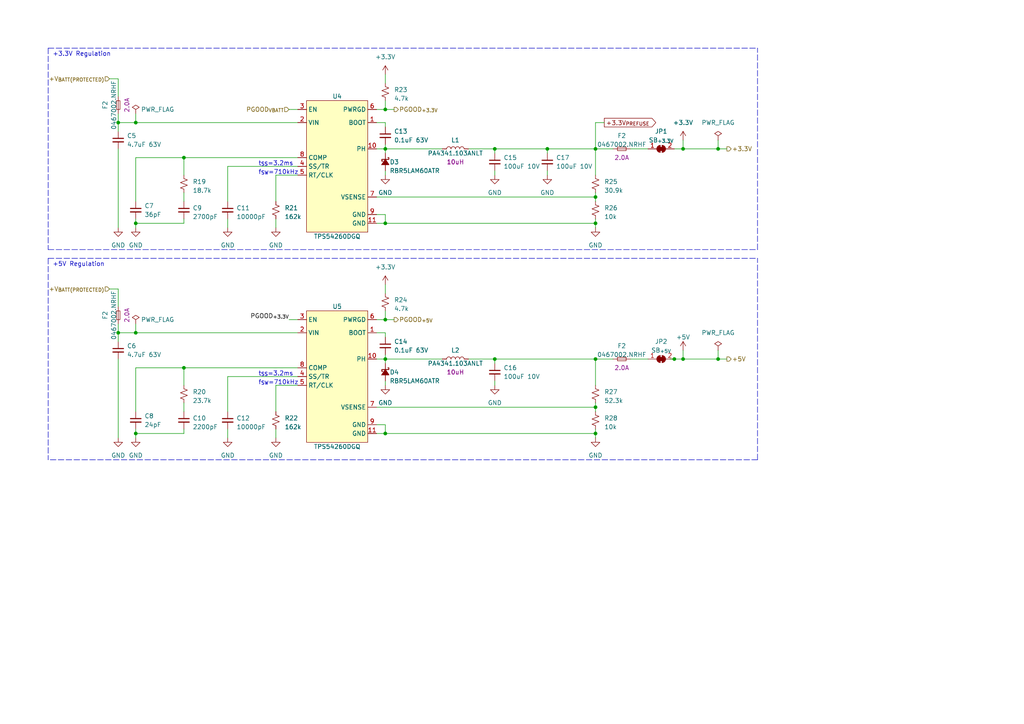
<source format=kicad_sch>
(kicad_sch (version 20230121) (generator eeschema)
  (paper "A4")
  (title_block (title "Control") (date "2024-05-16") (rev "2.0") (company "The A-Team (RC SSL)") (comment 1 "W. Stuckey & R. Osawa"))
  (lib_symbols
    (symbol "AT-PowerIC:TPS54260DGQ"
      (property "Reference" "U" (at 0 21.59 0))
      (property "Value" "TPS54260DGQ" (at 0 -21.59 0))
      (symbol "TPS54260DGQ_0_1"
        (rectangle (start -8.89 19.05) (end 8.89 -19.05) (fill (type background)))
      )
      (symbol "TPS54260DGQ_1_1"
        (pin output line (at 11.43 12.7 180) (length 2.54) (name "BOOT") (number "1"))
        (pin power_out line (at 11.43 5.08 180) (length 2.54) (name "PH") (number "10"))
        (pin power_in line (at 11.43 -16.51 180) (length 2.54) (name "GND") (number "11"))
        (pin power_in line (at -11.43 12.7 0) (length 2.54) (name "VIN") (number "2"))
        (pin input line (at -11.43 16.51 0) (length 2.54) (name "EN") (number "3"))
        (pin input line (at -11.43 0 0) (length 2.54) (name "SS/TR") (number "4"))
        (pin input line (at -11.43 -2.54 0) (length 2.54) (name "RT/CLK") (number "5"))
        (pin open_collector line (at 11.43 16.51 180) (length 2.54) (name "PWRGD") (number "6"))
        (pin input line (at 11.43 -8.89 180) (length 2.54) (name "VSENSE") (number "7"))
        (pin output line (at -11.43 2.54 0) (length 2.54) (name "COMP") (number "8"))
        (pin power_in line (at 11.43 -13.97 180) (length 2.54) (name "GND") (number "9"))
      )
    )
    (symbol "Device:C_Small" (pin_numbers hide) (pin_names (offset 0.254) hide)
      (property "Reference" "C" (at 0.254 1.778 0))
      (property "Value" "C_Small" (at 0.254 -2.032 0))
      (symbol "C_Small_0_1"
        (polyline (pts (xy -1.524 -0.508) (xy 1.524 -0.508)) (stroke (width 0.3302)))
        (polyline (pts (xy -1.524 0.508) (xy 1.524 0.508)) (stroke (width 0.3048)))
      )
      (symbol "C_Small_1_1"
        (pin passive line (at 0 2.54 270) (length 2.032) (name "~") (number "1"))
        (pin passive line (at 0 -2.54 90) (length 2.032) (name "~") (number "2"))
      )
    )
    (symbol "Device:D_Schottky_Small_Filled" (pin_numbers hide) (pin_names (offset 0.254) hide)
      (property "Reference" "D" (at -1.27 2.032 0))
      (property "Value" "D_Schottky_Small_Filled" (at -7.112 -2.032 0))
      (symbol "D_Schottky_Small_Filled_0_1"
        (polyline (pts (xy -0.762 0) (xy 0.762 0)))
        (polyline (pts (xy 0.762 -1.016) (xy -0.762 0) (xy 0.762 1.016) (xy 0.762 -1.016)) (stroke (width 0.254)) (fill (type outline)))
        (polyline (pts (xy -1.27 0.762) (xy -1.27 1.016) (xy -0.762 1.016) (xy -0.762 -1.016) (xy -0.254 -1.016) (xy -0.254 -0.762)) (stroke (width 0.254)))
      )
      (symbol "D_Schottky_Small_Filled_1_1"
        (pin passive line (at -2.54 0 0) (length 1.778) (name "K") (number "1"))
        (pin passive line (at 2.54 0 180) (length 1.778) (name "A") (number "2"))
      )
    )
    (symbol "Device:Fuse_Small" (pin_numbers hide) (pin_names (offset 0.254) hide)
      (property "Reference" "F" (at 0 -1.524 0))
      (property "Value" "Fuse_Small" (at 0 1.524 0))
      (symbol "Fuse_Small_0_1"
        (rectangle (start -1.27 0.508) (end 1.27 -0.508))
        (polyline (pts (xy -1.27 0) (xy 1.27 0)))
      )
      (symbol "Fuse_Small_1_1"
        (pin passive line (at -2.54 0 0) (length 1.27) (name "~") (number "1"))
        (pin passive line (at 2.54 0 180) (length 1.27) (name "~") (number "2"))
      )
    )
    (symbol "Device:L" (pin_numbers hide) (pin_names (offset 1.016) hide)
      (property "Reference" "L" (at -1.27 0 90))
      (property "Value" "L" (at 1.905 0 90))
      (symbol "L_0_1"
        (arc (start 0 -2.54) (mid 0.6323 -1.905) (end 0 -1.27))
        (arc (start 0 -1.27) (mid 0.6323 -0.635) (end 0 0))
        (arc (start 0 0) (mid 0.6323 0.635) (end 0 1.27))
        (arc (start 0 1.27) (mid 0.6323 1.905) (end 0 2.54))
      )
      (symbol "L_1_1"
        (pin passive line (at 0 3.81 270) (length 1.27) (name "1") (number "1"))
        (pin passive line (at 0 -3.81 90) (length 1.27) (name "2") (number "2"))
      )
    )
    (symbol "Device:R_Small_US" (pin_numbers hide) (pin_names (offset 0.254) hide)
      (property "Reference" "R" (at 0.762 0.508 0))
      (property "Value" "R_Small_US" (at 0.762 -1.016 0))
      (symbol "R_Small_US_1_1"
        (polyline (pts (xy 0 0) (xy 1.016 -0.381) (xy 0 -0.762) (xy -1.016 -1.143) (xy 0 -1.524)))
        (polyline (pts (xy 0 1.524) (xy 1.016 1.143) (xy 0 0.762) (xy -1.016 0.381) (xy 0 0)))
        (pin passive line (at 0 2.54 270) (length 1.016) (name "~") (number "1"))
        (pin passive line (at 0 -2.54 90) (length 1.016) (name "~") (number "2"))
      )
    )
    (symbol "Jumper:SolderJumper_2_Bridged" (pin_names (offset 0) hide)
      (property "Reference" "JP" (at 0 2.032 0))
      (property "Value" "SolderJumper_2_Bridged" (at 0 -2.54 0))
      (symbol "SolderJumper_2_Bridged_0_1"
        (rectangle (start -0.508 0.508) (end 0.508 -0.508) (fill (type outline)))
        (arc (start -0.254 1.016) (mid -1.2656 0) (end -0.254 -1.016))
        (arc (start -0.254 1.016) (mid -1.2656 0) (end -0.254 -1.016) (fill (type outline)))
        (polyline (pts (xy -0.254 1.016) (xy -0.254 -1.016)))
        (polyline (pts (xy 0.254 1.016) (xy 0.254 -1.016)))
        (arc (start 0.254 -1.016) (mid 1.2656 0) (end 0.254 1.016))
        (arc (start 0.254 -1.016) (mid 1.2656 0) (end 0.254 1.016) (fill (type outline)))
      )
      (symbol "SolderJumper_2_Bridged_1_1"
        (pin passive line (at -3.81 0 0) (length 2.54) (name "A") (number "1"))
        (pin passive line (at 3.81 0 180) (length 2.54) (name "B") (number "2"))
      )
    )
    (symbol "power:+3.3V" (power) (pin_names (offset 0))
      (property "Value" "+3.3V" (at 0 3.556 0))
      (symbol "+3.3V_0_1"
        (polyline (pts (xy -0.762 1.27) (xy 0 2.54)))
        (polyline (pts (xy 0 0) (xy 0 2.54)))
        (polyline (pts (xy 0 2.54) (xy 0.762 1.27)))
      )
      (symbol "+3.3V_1_1"
        (pin power_in line (at 0 0 90) (length 0) hide (name "+3.3V") (number "1"))
      )
    )
    (symbol "power:+5V" (power) (pin_names (offset 0))
      (property "Value" "+5V" (at 0 3.556 0))
      (symbol "+5V_0_1"
        (polyline (pts (xy -0.762 1.27) (xy 0 2.54)))
        (polyline (pts (xy 0 0) (xy 0 2.54)))
        (polyline (pts (xy 0 2.54) (xy 0.762 1.27)))
      )
      (symbol "+5V_1_1"
        (pin power_in line (at 0 0 90) (length 0) hide (name "+5V") (number "1"))
      )
    )
    (symbol "power:GND" (power) (pin_names (offset 0))
      (property "Value" "GND" (at 0 -3.81 0))
      (symbol "GND_0_1"
        (polyline (pts (xy 0 0) (xy 0 -1.27) (xy 1.27 -1.27) (xy 0 -2.54) (xy -1.27 -1.27) (xy 0 -1.27)))
      )
      (symbol "GND_1_1"
        (pin power_in line (at 0 0 270) (length 0) hide (name "GND") (number "1"))
      )
    )
    (symbol "power:PWR_FLAG" (power) (pin_numbers hide) (pin_names (offset 0) hide)
      (property "Value" "PWR_FLAG" (at 0 3.81 0))
      (symbol "PWR_FLAG_0_0"
        (pin power_out line (at 0 0 90) (length 0) (name "pwr") (number "1"))
      )
      (symbol "PWR_FLAG_0_1"
        (polyline (pts (xy 0 0) (xy 0 1.27) (xy -1.016 1.905) (xy 0 2.54) (xy 1.016 1.905) (xy 0 1.27)))
      )
    )
  )
  (junction (at 111.76 92.71))
  (junction (at 172.72 104.14))
  (junction (at 172.72 125.73))
  (junction (at 195.58 104.14))
  (junction (at 39.37 35.56))
  (junction (at 143.51 43.18))
  (junction (at 208.28 43.18))
  (junction (at 53.34 45.72))
  (junction (at 198.12 43.18))
  (junction (at 53.34 106.68))
  (junction (at 39.37 96.52))
  (junction (at 172.72 57.15))
  (junction (at 172.72 118.11))
  (junction (at 111.76 125.73))
  (junction (at 111.76 64.77))
  (junction (at 39.37 64.77))
  (junction (at 172.72 64.77))
  (junction (at 111.76 43.18))
  (junction (at 39.37 125.73))
  (junction (at 34.29 96.52))
  (junction (at 111.76 31.75))
  (junction (at 172.72 43.18))
  (junction (at 208.28 104.14))
  (junction (at 111.76 104.14))
  (junction (at 158.75 43.18))
  (junction (at 143.51 104.14))
  (junction (at 198.12 104.14))
  (junction (at 34.29 35.56))
  (wire (pts (xy 172.72 104.14) (xy 177.8 104.14)))
  (wire (pts (xy 172.72 64.77) (xy 172.72 66.04)))
  (wire (pts (xy 39.37 35.56) (xy 34.29 35.56)))
  (wire (pts (xy 53.34 63.5) (xy 53.34 64.77)))
  (wire (pts (xy 66.04 48.26) (xy 66.04 58.42)))
  (wire (pts (xy 83.82 92.71) (xy 86.36 92.71)))
  (wire (pts (xy 109.22 57.15) (xy 172.72 57.15)))
  (wire (pts (xy 194.31 104.14) (xy 195.58 104.14)))
  (wire (pts (xy 172.72 35.56) (xy 172.72 43.18)))
  (wire (pts (xy 172.72 118.11) (xy 172.72 119.38)))
  (wire (pts (xy 109.22 92.71) (xy 111.76 92.71)))
  (wire (pts (xy 66.04 109.22) (xy 66.04 119.38)))
  (wire (pts (xy 109.22 123.19) (xy 111.76 123.19)))
  (wire (pts (xy 172.72 43.18) (xy 172.72 50.8)))
  (wire (pts (xy 34.29 22.86) (xy 34.29 27.94)))
  (wire (pts (xy 111.76 21.59) (xy 111.76 24.13)))
  (wire (pts (xy 111.76 104.14) (xy 128.27 104.14)))
  (wire (pts (xy 198.12 40.64) (xy 198.12 43.18)))
  (wire (pts (xy 198.12 101.6) (xy 198.12 104.14)))
  (wire (pts (xy 109.22 62.23) (xy 111.76 62.23)))
  (wire (pts (xy 111.76 35.56) (xy 111.76 36.83)))
  (wire (pts (xy 34.29 83.82) (xy 34.29 88.9)))
  (polyline (pts (xy 219.71 133.35) (xy 13.97 133.35)) (stroke (width 0) (type dash)))
  (wire (pts (xy 109.22 64.77) (xy 111.76 64.77)))
  (wire (pts (xy 198.12 43.18) (xy 208.28 43.18)))
  (wire (pts (xy 109.22 118.11) (xy 172.72 118.11)))
  (wire (pts (xy 39.37 64.77) (xy 53.34 64.77)))
  (polyline (pts (xy 13.97 13.97) (xy 13.97 72.39)) (stroke (width 0) (type dash)))
  (polyline (pts (xy 13.97 13.97) (xy 219.71 13.97)) (stroke (width 0) (type dash)))
  (polyline (pts (xy 13.97 72.39) (xy 219.71 72.39)) (stroke (width 0) (type dash)))
  (polyline (pts (xy 219.71 72.39) (xy 219.71 13.97)) (stroke (width 0) (type dash)))
  (wire (pts (xy 172.72 55.88) (xy 172.72 57.15)))
  (polyline (pts (xy 13.97 74.93) (xy 13.97 133.35)) (stroke (width 0) (type dash)))
  (wire (pts (xy 182.88 104.14) (xy 187.96 104.14)))
  (wire (pts (xy 208.28 101.6) (xy 208.28 104.14)))
  (wire (pts (xy 111.76 90.17) (xy 111.76 92.71)))
  (wire (pts (xy 111.76 49.53) (xy 111.76 50.8)))
  (wire (pts (xy 111.76 125.73) (xy 172.72 125.73)))
  (wire (pts (xy 195.58 43.18) (xy 198.12 43.18)))
  (wire (pts (xy 39.37 45.72) (xy 53.34 45.72)))
  (wire (pts (xy 66.04 48.26) (xy 86.36 48.26)))
  (wire (pts (xy 111.76 92.71) (xy 114.3 92.71)))
  (wire (pts (xy 109.22 43.18) (xy 111.76 43.18)))
  (wire (pts (xy 39.37 125.73) (xy 53.34 125.73)))
  (wire (pts (xy 109.22 96.52) (xy 111.76 96.52)))
  (wire (pts (xy 172.72 43.18) (xy 177.8 43.18)))
  (wire (pts (xy 111.76 104.14) (xy 111.76 105.41)))
  (wire (pts (xy 109.22 104.14) (xy 111.76 104.14)))
  (wire (pts (xy 111.76 62.23) (xy 111.76 64.77)))
  (wire (pts (xy 143.51 104.14) (xy 172.72 104.14)))
  (wire (pts (xy 172.72 63.5) (xy 172.72 64.77)))
  (wire (pts (xy 34.29 93.98) (xy 34.29 96.52)))
  (wire (pts (xy 34.29 96.52) (xy 34.29 99.06)))
  (wire (pts (xy 198.12 104.14) (xy 208.28 104.14)))
  (wire (pts (xy 53.34 116.84) (xy 53.34 119.38)))
  (wire (pts (xy 39.37 106.68) (xy 39.37 119.38)))
  (wire (pts (xy 66.04 109.22) (xy 86.36 109.22)))
  (wire (pts (xy 80.01 50.8) (xy 86.36 50.8)))
  (wire (pts (xy 83.82 31.75) (xy 86.36 31.75)))
  (wire (pts (xy 80.01 119.38) (xy 80.01 111.76)))
  (wire (pts (xy 172.72 104.14) (xy 172.72 111.76)))
  (wire (pts (xy 39.37 33.02) (xy 39.37 35.56)))
  (wire (pts (xy 208.28 43.18) (xy 210.82 43.18)))
  (wire (pts (xy 86.36 45.72) (xy 53.34 45.72)))
  (wire (pts (xy 80.01 63.5) (xy 80.01 66.04)))
  (wire (pts (xy 158.75 43.18) (xy 158.75 44.45)))
  (wire (pts (xy 208.28 40.64) (xy 208.28 43.18)))
  (wire (pts (xy 175.26 35.56) (xy 172.72 35.56)))
  (polyline (pts (xy 219.71 133.35) (xy 219.71 74.93)) (stroke (width 0) (type dash)))
  (wire (pts (xy 195.58 104.14) (xy 198.12 104.14)))
  (wire (pts (xy 111.76 29.21) (xy 111.76 31.75)))
  (wire (pts (xy 111.76 123.19) (xy 111.76 125.73)))
  (wire (pts (xy 111.76 43.18) (xy 128.27 43.18)))
  (wire (pts (xy 53.34 106.68) (xy 53.34 111.76)))
  (wire (pts (xy 172.72 57.15) (xy 172.72 58.42)))
  (wire (pts (xy 111.76 64.77) (xy 172.72 64.77)))
  (wire (pts (xy 109.22 35.56) (xy 111.76 35.56)))
  (wire (pts (xy 53.34 124.46) (xy 53.34 125.73)))
  (wire (pts (xy 53.34 55.88) (xy 53.34 58.42)))
  (wire (pts (xy 111.76 43.18) (xy 111.76 44.45)))
  (wire (pts (xy 111.76 41.91) (xy 111.76 43.18)))
  (wire (pts (xy 39.37 93.98) (xy 39.37 96.52)))
  (wire (pts (xy 53.34 45.72) (xy 53.34 50.8)))
  (wire (pts (xy 34.29 43.18) (xy 34.29 66.04)))
  (wire (pts (xy 86.36 96.52) (xy 39.37 96.52)))
  (wire (pts (xy 80.01 58.42) (xy 80.01 50.8)))
  (wire (pts (xy 39.37 124.46) (xy 39.37 125.73)))
  (wire (pts (xy 172.72 125.73) (xy 172.72 127)))
  (wire (pts (xy 208.28 104.14) (xy 210.82 104.14)))
  (polyline (pts (xy 13.97 74.93) (xy 219.71 74.93)) (stroke (width 0) (type dash)))
  (wire (pts (xy 39.37 64.77) (xy 39.37 66.04)))
  (wire (pts (xy 34.29 104.14) (xy 34.29 127)))
  (wire (pts (xy 172.72 124.46) (xy 172.72 125.73)))
  (wire (pts (xy 111.76 110.49) (xy 111.76 111.76)))
  (wire (pts (xy 80.01 111.76) (xy 86.36 111.76)))
  (wire (pts (xy 111.76 102.87) (xy 111.76 104.14)))
  (wire (pts (xy 39.37 106.68) (xy 53.34 106.68)))
  (wire (pts (xy 135.89 104.14) (xy 143.51 104.14)))
  (wire (pts (xy 86.36 35.56) (xy 39.37 35.56)))
  (wire (pts (xy 111.76 96.52) (xy 111.76 97.79)))
  (wire (pts (xy 39.37 45.72) (xy 39.37 58.42)))
  (wire (pts (xy 34.29 22.86) (xy 31.75 22.86)))
  (wire (pts (xy 111.76 31.75) (xy 114.3 31.75)))
  (wire (pts (xy 135.89 43.18) (xy 143.51 43.18)))
  (wire (pts (xy 182.88 43.18) (xy 187.96 43.18)))
  (wire (pts (xy 66.04 124.46) (xy 66.04 127)))
  (wire (pts (xy 39.37 96.52) (xy 34.29 96.52)))
  (wire (pts (xy 39.37 63.5) (xy 39.37 64.77)))
  (wire (pts (xy 158.75 49.53) (xy 158.75 50.8)))
  (wire (pts (xy 143.51 43.18) (xy 143.51 44.45)))
  (wire (pts (xy 86.36 106.68) (xy 53.34 106.68)))
  (wire (pts (xy 143.51 110.49) (xy 143.51 111.76)))
  (wire (pts (xy 66.04 63.5) (xy 66.04 66.04)))
  (wire (pts (xy 80.01 124.46) (xy 80.01 127)))
  (wire (pts (xy 109.22 31.75) (xy 111.76 31.75)))
  (wire (pts (xy 111.76 82.55) (xy 111.76 85.09)))
  (wire (pts (xy 34.29 33.02) (xy 34.29 35.56)))
  (wire (pts (xy 34.29 35.56) (xy 34.29 38.1)))
  (wire (pts (xy 109.22 125.73) (xy 111.76 125.73)))
  (wire (pts (xy 172.72 116.84) (xy 172.72 118.11)))
  (wire (pts (xy 143.51 43.18) (xy 158.75 43.18)))
  (wire (pts (xy 143.51 49.53) (xy 143.51 50.8)))
  (wire (pts (xy 34.29 83.82) (xy 31.75 83.82)))
  (wire (pts (xy 143.51 104.14) (xy 143.51 105.41)))
  (wire (pts (xy 158.75 43.18) (xy 172.72 43.18)))
  (wire (pts (xy 39.37 125.73) (xy 39.37 127)))
  (text "t_{SS}=3.2ms" (at 74.93 48.26 0) (effects (font (size 1.27 1.27)) (justify left bottom)))
  (text "f_{SW}=710kHz" (at 74.93 111.76 0) (effects (font (size 1.27 1.27)) (justify left bottom)))
  (text "f_{SW}=710kHz" (at 74.93 50.8 0) (effects (font (size 1.27 1.27)) (justify left bottom)))
  (text "+3.3V Regulation" (at 15.24 16.51 0) (effects (font (size 1.27 1.27)) (justify left bottom)))
  (text "+5V Regulation" (at 15.24 77.47 0) (effects (font (size 1.27 1.27)) (justify left bottom)))
  (text "t_{SS}=3.2ms" (at 74.93 109.22 0) (effects (font (size 1.27 1.27)) (justify left bottom)))
  (label "PGOOD_{+3.3V}" (at 83.82 92.71 180))
  (global_label "+3.3V_{PREFUSE}" (shape output) (at 175.26 35.56 0) (property "Intersheetrefs" "${INTERSHEET_REFS}" (effects hide)))
  (hierarchical_label "+V_{BATT(PROTECTED)}" (shape input) (at 31.75 22.86 180))
  (hierarchical_label "+5V" (shape output) (at 210.82 104.14 0))
  (hierarchical_label "PGOOD_{+3.3V}" (shape output) (at 114.3 31.75 0))
  (hierarchical_label "+3.3V" (shape output) (at 210.82 43.18 0))
  (hierarchical_label "PGOOD_{VBATT}" (shape input) (at 83.82 31.75 180))
  (hierarchical_label "PGOOD_{+5V}" (shape output) (at 114.3 92.71 0))
  (hierarchical_label "+V_{BATT(PROTECTED)}" (shape input) (at 31.75 83.82 180))
  (symbol (lib_id "Device:R_Small_US") (at 172.72 121.92 0) (unit 1)
    (property "Reference" "R28" (at 175.26 121.285 0) (effects (justify left)))
    (property "Value" "10k" (at 175.26 123.825 0) (effects (justify left)))
    (property "Footprint" "Resistor_SMD:R_0402_1005Metric" (effects hide))
  )
  (symbol (lib_id "power:GND") (at 172.72 127 0) (unit 1)
    (property "Reference" "#PWR042" (effects hide))
    (property "Value" "GND" (at 172.72 132.08 0))
  )
  (symbol (lib_id "Device:C_Small") (at 34.29 40.64 0) (unit 1)
    (property "Reference" "C5" (at 36.83 39.3762 0) (effects (justify left)))
    (property "Value" "4.7uF 63V" (at 36.83 41.9162 0) (effects (justify left)))
    (property "Footprint" "Capacitor_SMD:C_1210_3225Metric" (effects hide))
  )
  (symbol (lib_id "power:+5V") (at 198.12 101.6 0) (unit 1)
    (property "Reference" "#PWR068" (effects hide))
    (property "Value" "+5V" (at 198.1199 97.79 0))
    (instances (project "control" (path "" (reference "#PWR068") (unit 1)) (path "" (reference "#PWR017") (unit 1)) (path "" (reference "#PWR044") (unit 1))))
  )
  (symbol (lib_id "Device:C_Small") (at 53.34 121.92 0) (unit 1)
    (property "Reference" "C10" (at 55.88 121.2913 0) (effects (justify left)))
    (property "Value" "2200pF" (at 55.88 123.8313 0) (effects (justify left)))
    (property "Footprint" "Capacitor_SMD:C_0402_1005Metric" (effects hide))
  )
  (symbol (lib_id "Device:R_Small_US") (at 172.72 53.34 0) (unit 1)
    (property "Reference" "R25" (at 175.26 52.705 0) (effects (justify left)))
    (property "Value" "30.9k" (at 175.26 55.245 0) (effects (justify left)))
    (property "Footprint" "Resistor_SMD:R_0402_1005Metric" (effects hide))
  )
  (symbol (lib_id "power:+3.3V") (at 111.76 82.55 0) (unit 1)
    (property "Reference" "#PWR031" (effects hide))
    (property "Value" "+3.3V" (at 111.76 77.47 0))
    (instances (project "control" (path "" (reference "#PWR031") (unit 1)) (path "" (reference "#PWR036") (unit 1))))
  )
  (symbol (lib_id "Device:R_Small_US") (at 53.34 114.3 0) (unit 1)
    (property "Reference" "R20" (at 55.88 113.665 0) (effects (justify left)))
    (property "Value" "23.7k" (at 55.88 116.205 0) (effects (justify left)))
    (property "Footprint" "Resistor_SMD:R_0402_1005Metric" (effects hide))
  )
  (symbol (lib_id "power:PWR_FLAG") (at 208.28 40.64 0) (unit 1)
    (property "Reference" "#FLG08" (effects hide))
    (property "Value" "PWR_FLAG" (at 208.28 35.56 0))
  )
  (symbol (lib_id "Device:R_Small_US") (at 172.72 114.3 0) (unit 1)
    (property "Reference" "R27" (at 175.26 113.665 0) (effects (justify left)))
    (property "Value" "52.3k" (at 175.26 116.205 0) (effects (justify left)))
    (property "Footprint" "Resistor_SMD:R_0402_1005Metric" (effects hide))
  )
  (symbol (lib_id "Device:R_Small_US") (at 80.01 60.96 0) (unit 1)
    (property "Reference" "R21" (at 82.55 60.325 0) (effects (justify left)))
    (property "Value" "162k" (at 82.55 62.865 0) (effects (justify left)))
    (property "Footprint" "Resistor_SMD:R_0402_1005Metric" (effects hide))
  )
  (symbol (lib_id "Device:D_Schottky_Small_Filled") (at 111.76 46.99 270) (unit 1)
    (property "Reference" "D3" (at 113.03 46.99 90) (effects (justify left)))
    (property "Value" "RBR5LAM60ATR" (at 113.03 49.53 90) (effects (justify left)))
    (property "Footprint" "Diode_SMD:D_SOD-128" (effects hide))
  )
  (symbol (lib_id "Jumper:SolderJumper_2_Bridged") (at 191.77 104.14 0) (unit 1) (in_bom no)
    (property "Reference" "JP2" (at 191.77 99.06 0))
    (property "Value" "SB_{+5V}" (at 191.77 101.6 0))
    (property "Footprint" "AT-BoardFeatures:SolderJumper-2_2.0x1.2mm_Closed" (effects hide))
  )
  (symbol (lib_id "power:GND") (at 111.76 50.8 0) (unit 1)
    (property "Reference" "#PWR035" (effects hide))
    (property "Value" "GND" (at 111.76 55.88 0))
  )
  (symbol (lib_id "power:+3.3V") (at 111.76 21.59 0) (unit 1)
    (property "Reference" "#PWR031" (effects hide))
    (property "Value" "+3.3V" (at 111.76 16.51 0))
    (instances (project "control" (path "" (reference "#PWR031") (unit 1)) (path "" (reference "#PWR034") (unit 1))))
  )
  (symbol (lib_id "Device:Fuse_Small") (at 34.29 91.44 90) (unit 1)
    (property "Reference" "F2" (at 30.48 91.44 0))
    (property "Value" "0467002.NRHF" (at 33.02 91.44 0))
    (property "Footprint" "Fuse:Fuse_0603_1608Metric" (effects hide))
    (property "Value2" "2.0A" (at 36.83 91.44 0))
    (instances (project "kicker" (path "" (reference "F2") (unit 1))) (project "control" (path "" (reference "F3") (unit 1))))
  )
  (symbol (lib_id "power:PWR_FLAG") (at 39.37 33.02 0) (unit 1)
    (property "Reference" "#FLG01" (effects hide))
    (property "Value" "PWR_FLAG" (at 45.72 31.75 0))
    (instances (project "control" (path "" (reference "#FLG01") (unit 1)) (path "" (reference "#FLG04") (unit 1)) (path "" (reference "#FLG06") (unit 1))))
  )
  (symbol (lib_id "Device:L") (at 132.08 104.14 90) (unit 1)
    (property "Reference" "L2" (at 132.08 101.6 90))
    (property "Value" "PA4341.103ANLT" (at 132.08 105.41 90))
    (property "Footprint" "AT-Inductors:PA4341" (effects hide))
    (property "Value2" "10uH" (at 132.08 107.95 90))
  )
  (symbol (lib_id "power:PWR_FLAG") (at 208.28 101.6 0) (unit 1)
    (property "Reference" "#FLG09" (effects hide))
    (property "Value" "PWR_FLAG" (at 208.28 96.52 0))
  )
  (symbol (lib_id "power:GND") (at 39.37 127 0) (unit 1)
    (property "Reference" "#PWR029" (effects hide))
    (property "Value" "GND" (at 39.37 132.08 0))
  )
  (symbol (lib_id "Device:C_Small") (at 143.51 46.99 0) (unit 1)
    (property "Reference" "C15" (at 146.05 45.7262 0) (effects (justify left)))
    (property "Value" "100uF 10V" (at 146.05 48.2662 0) (effects (justify left)))
    (property "Footprint" "Capacitor_SMD:C_1210_3225Metric" (effects hide))
  )
  (symbol (lib_id "Device:Fuse_Small") (at 180.34 104.14 0) (unit 1)
    (property "Reference" "F2" (at 180.34 100.33 0))
    (property "Value" "0467002.NRHF" (at 180.34 102.87 0))
    (property "Footprint" "Fuse:Fuse_0603_1608Metric" (effects hide))
    (property "Value2" "2.0A" (at 180.34 106.68 0))
    (instances (project "kicker" (path "" (reference "F2") (unit 1))) (project "control" (path "" (reference "F5") (unit 1))))
  )
  (symbol (lib_id "Device:R_Small_US") (at 172.72 60.96 0) (unit 1)
    (property "Reference" "R26" (at 175.26 60.325 0) (effects (justify left)))
    (property "Value" "10k" (at 175.26 62.865 0) (effects (justify left)))
    (property "Footprint" "Resistor_SMD:R_0402_1005Metric" (effects hide))
  )
  (symbol (lib_id "power:GND") (at 66.04 66.04 0) (unit 1)
    (property "Reference" "#PWR030" (effects hide))
    (property "Value" "GND" (at 66.04 71.12 0))
  )
  (symbol (lib_id "power:GND") (at 34.29 127 0) (unit 1)
    (property "Reference" "#PWR027" (effects hide))
    (property "Value" "GND" (at 34.29 132.08 0))
  )
  (symbol (lib_id "AT-PowerIC:TPS54260DGQ") (at 97.79 109.22 0) (unit 1)
    (property "Reference" "U5" (at 97.79 88.9 0))
    (property "Value" "TPS54260DGQ" (at 97.79 129.54 0))
    (property "Footprint" "Package_SO:HVSSOP-10-1EP_3x3mm_P0.5mm_EP1.57x1.88mm" (effects hide))
  )
  (symbol (lib_id "power:+3.3V") (at 198.12 40.64 0) (unit 1)
    (property "Reference" "#PWR0100" (effects hide))
    (property "Value" "+3.3V" (at 198.12 35.56 0))
    (instances (project "control" (path "" (reference "#PWR0100") (unit 1)) (path "" (reference "#PWR07") (unit 1)) (path "" (reference "#PWR043") (unit 1))))
  )
  (symbol (lib_id "Device:C_Small") (at 66.04 60.96 0) (unit 1)
    (property "Reference" "C11" (at 68.58 60.3313 0) (effects (justify left)))
    (property "Value" "10000pF" (at 68.58 62.8713 0) (effects (justify left)))
    (property "Footprint" "Capacitor_SMD:C_0402_1005Metric" (effects hide))
  )
  (symbol (lib_id "Device:C_Small") (at 111.76 39.37 0) (unit 1)
    (property "Reference" "C13" (at 114.3 38.1062 0) (effects (justify left)))
    (property "Value" "0.1uF 63V" (at 114.3 40.6462 0) (effects (justify left)))
    (property "Footprint" "Capacitor_SMD:C_0402_1005Metric" (effects hide))
  )
  (symbol (lib_id "Device:R_Small_US") (at 53.34 53.34 0) (unit 1)
    (property "Reference" "R19" (at 55.88 52.705 0) (effects (justify left)))
    (property "Value" "18.7k" (at 55.88 55.245 0) (effects (justify left)))
    (property "Footprint" "Resistor_SMD:R_0402_1005Metric" (effects hide))
  )
  (symbol (lib_id "power:GND") (at 158.75 50.8 0) (unit 1)
    (property "Reference" "#PWR040" (effects hide))
    (property "Value" "GND" (at 158.75 55.88 0))
  )
  (symbol (lib_id "Device:Fuse_Small") (at 180.34 43.18 0) (unit 1)
    (property "Reference" "F2" (at 180.34 39.37 0))
    (property "Value" "0467002.NRHF" (at 180.34 41.91 0))
    (property "Footprint" "Fuse:Fuse_0603_1608Metric" (effects hide))
    (property "Value2" "2.0A" (at 180.34 45.72 0))
    (instances (project "kicker" (path "" (reference "F2") (unit 1))) (project "control" (path "" (reference "F4") (unit 1))))
  )
  (symbol (lib_id "Device:R_Small_US") (at 111.76 87.63 0) (unit 1)
    (property "Reference" "R24" (at 114.3 86.995 0) (effects (justify left)))
    (property "Value" "4.7k" (at 114.3 89.535 0) (effects (justify left)))
    (property "Footprint" "Resistor_SMD:R_0402_1005Metric" (effects hide))
  )
  (symbol (lib_id "power:GND") (at 80.01 127 0) (unit 1)
    (property "Reference" "#PWR033" (effects hide))
    (property "Value" "GND" (at 80.01 132.08 0))
  )
  (symbol (lib_id "Device:Fuse_Small") (at 34.29 30.48 90) (unit 1)
    (property "Reference" "F2" (at 30.48 30.48 0))
    (property "Value" "0467002.NRHF" (at 33.02 30.48 0))
    (property "Footprint" "Fuse:Fuse_0603_1608Metric" (effects hide))
    (property "Value2" "2.0A" (at 36.83 30.48 0))
  )
  (symbol (lib_id "Device:C_Small") (at 39.37 60.96 0) (unit 1)
    (property "Reference" "C7" (at 41.91 59.6962 0) (effects (justify left)))
    (property "Value" "36pF" (at 41.91 62.2362 0) (effects (justify left)))
    (property "Footprint" "Capacitor_SMD:C_0402_1005Metric" (effects hide))
  )
  (symbol (lib_id "power:GND") (at 80.01 66.04 0) (unit 1)
    (property "Reference" "#PWR032" (effects hide))
    (property "Value" "GND" (at 80.01 71.12 0))
  )
  (symbol (lib_id "Device:C_Small") (at 39.37 121.92 0) (unit 1)
    (property "Reference" "C8" (at 41.91 120.6562 0) (effects (justify left)))
    (property "Value" "24pF" (at 41.91 123.1962 0) (effects (justify left)))
    (property "Footprint" "Capacitor_SMD:C_0402_1005Metric" (effects hide))
  )
  (symbol (lib_id "power:PWR_FLAG") (at 39.37 93.98 0) (unit 1)
    (property "Reference" "#FLG01" (effects hide))
    (property "Value" "PWR_FLAG" (at 45.72 92.71 0))
    (instances (project "control" (path "" (reference "#FLG01") (unit 1)) (path "" (reference "#FLG04") (unit 1)) (path "" (reference "#FLG07") (unit 1))))
  )
  (symbol (lib_id "AT-PowerIC:TPS54260DGQ") (at 97.79 48.26 0) (unit 1)
    (property "Reference" "U4" (at 97.79 27.94 0))
    (property "Value" "TPS54260DGQ" (at 97.79 68.58 0))
    (property "Footprint" "Package_SO:HVSSOP-10-1EP_3x3mm_P0.5mm_EP1.57x1.88mm" (effects hide))
  )
  (symbol (lib_id "power:GND") (at 172.72 66.04 0) (unit 1)
    (property "Reference" "#PWR041" (effects hide))
    (property "Value" "GND" (at 172.72 71.12 0))
  )
  (symbol (lib_id "Device:C_Small") (at 34.29 101.6 0) (unit 1)
    (property "Reference" "C6" (at 36.83 100.3362 0) (effects (justify left)))
    (property "Value" "4.7uF 63V" (at 36.83 102.8762 0) (effects (justify left)))
    (property "Footprint" "Capacitor_SMD:C_1210_3225Metric" (effects hide))
  )
  (symbol (lib_id "power:GND") (at 143.51 111.76 0) (unit 1)
    (property "Reference" "#PWR039" (effects hide))
    (property "Value" "GND" (at 143.51 116.84 0))
  )
  (symbol (lib_id "Jumper:SolderJumper_2_Bridged") (at 191.77 43.18 0) (unit 1) (in_bom no)
    (property "Reference" "JP1" (at 191.77 38.1 0))
    (property "Value" "SB_{+3.3V}" (at 191.77 40.64 0))
    (property "Footprint" "AT-BoardFeatures:SolderJumper-2_2.0x1.2mm_Closed" (effects hide))
  )
  (symbol (lib_id "Device:C_Small") (at 143.51 107.95 0) (unit 1)
    (property "Reference" "C16" (at 146.05 106.6862 0) (effects (justify left)))
    (property "Value" "100uF 10V" (at 146.05 109.2262 0) (effects (justify left)))
    (property "Footprint" "Capacitor_SMD:C_1210_3225Metric" (effects hide))
  )
  (symbol (lib_id "power:GND") (at 34.29 66.04 0) (unit 1)
    (property "Reference" "#PWR026" (effects hide))
    (property "Value" "GND" (at 34.29 71.12 0))
  )
  (symbol (lib_id "power:GND") (at 66.04 127 0) (unit 1)
    (property "Reference" "#PWR031" (effects hide))
    (property "Value" "GND" (at 66.04 132.08 0))
  )
  (symbol (lib_id "power:GND") (at 39.37 66.04 0) (unit 1)
    (property "Reference" "#PWR028" (effects hide))
    (property "Value" "GND" (at 39.37 71.12 0))
  )
  (symbol (lib_id "Device:C_Small") (at 66.04 121.92 0) (unit 1)
    (property "Reference" "C12" (at 68.58 121.2913 0) (effects (justify left)))
    (property "Value" "10000pF" (at 68.58 123.8313 0) (effects (justify left)))
    (property "Footprint" "Capacitor_SMD:C_0402_1005Metric" (effects hide))
  )
  (symbol (lib_id "Device:D_Schottky_Small_Filled") (at 111.76 107.95 270) (unit 1)
    (property "Reference" "D4" (at 113.03 107.95 90) (effects (justify left)))
    (property "Value" "RBR5LAM60ATR" (at 113.03 110.49 90) (effects (justify left)))
    (property "Footprint" "Diode_SMD:D_SOD-128" (effects hide))
  )
  (symbol (lib_id "Device:C_Small") (at 111.76 100.33 0) (unit 1)
    (property "Reference" "C14" (at 114.3 99.0662 0) (effects (justify left)))
    (property "Value" "0.1uF 63V" (at 114.3 101.6062 0) (effects (justify left)))
    (property "Footprint" "Capacitor_SMD:C_0402_1005Metric" (effects hide))
  )
  (symbol (lib_id "Device:C_Small") (at 53.34 60.96 0) (unit 1)
    (property "Reference" "C9" (at 55.88 60.3313 0) (effects (justify left)))
    (property "Value" "2700pF" (at 55.88 62.8713 0) (effects (justify left)))
    (property "Footprint" "Capacitor_SMD:C_0402_1005Metric" (effects hide))
  )
  (symbol (lib_id "power:GND") (at 111.76 111.76 0) (unit 1)
    (property "Reference" "#PWR037" (effects hide))
    (property "Value" "GND" (at 111.76 116.84 0))
  )
  (symbol (lib_id "power:GND") (at 143.51 50.8 0) (unit 1)
    (property "Reference" "#PWR038" (effects hide))
    (property "Value" "GND" (at 143.51 55.88 0))
  )
  (symbol (lib_id "Device:R_Small_US") (at 111.76 26.67 0) (unit 1)
    (property "Reference" "R23" (at 114.3 26.035 0) (effects (justify left)))
    (property "Value" "4.7k" (at 114.3 28.575 0) (effects (justify left)))
    (property "Footprint" "Resistor_SMD:R_0402_1005Metric" (effects hide))
  )
  (symbol (lib_id "Device:C_Small") (at 158.75 46.99 0) (unit 1)
    (property "Reference" "C17" (at 161.29 45.7262 0) (effects (justify left)))
    (property "Value" "100uF 10V" (at 161.29 48.2662 0) (effects (justify left)))
    (property "Footprint" "Capacitor_SMD:C_1210_3225Metric" (effects hide))
  )
  (symbol (lib_id "Device:R_Small_US") (at 80.01 121.92 0) (unit 1)
    (property "Reference" "R22" (at 82.55 121.285 0) (effects (justify left)))
    (property "Value" "162k" (at 82.55 123.825 0) (effects (justify left)))
    (property "Footprint" "Resistor_SMD:R_0402_1005Metric" (effects hide))
  )
  (symbol (lib_id "Device:L") (at 132.08 43.18 90) (unit 1)
    (property "Reference" "L1" (at 132.08 40.64 90))
    (property "Value" "PA4341.103ANLT" (at 132.08 44.45 90))
    (property "Footprint" "AT-Inductors:PA4341" (effects hide))
    (property "Value2" "10uH" (at 132.08 46.99 90))
  )
)
</source>
